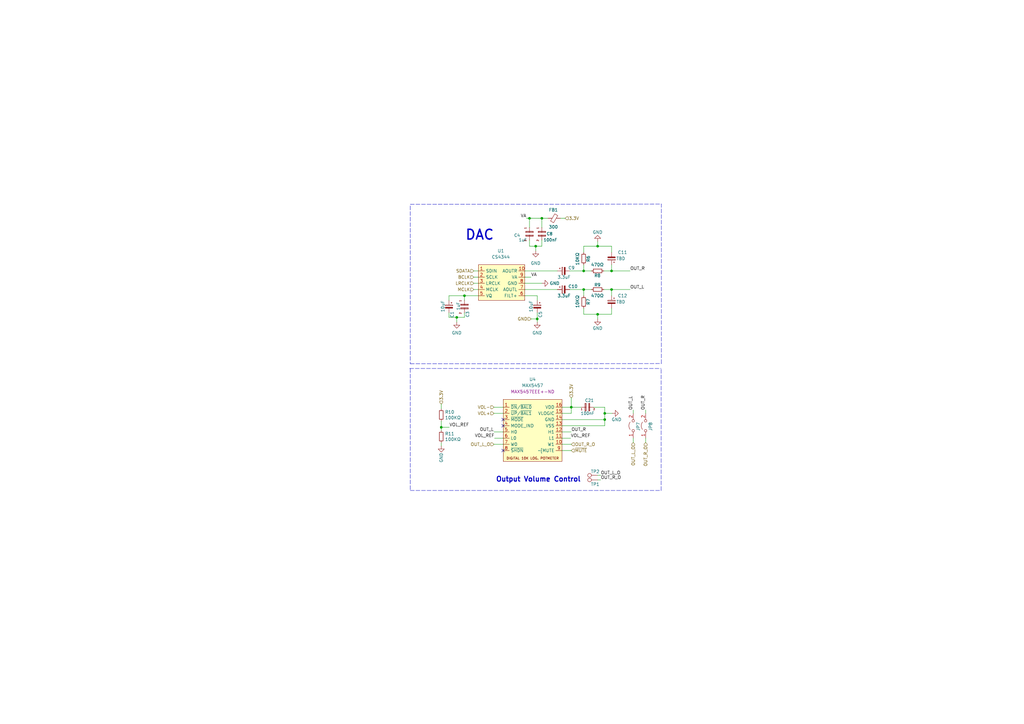
<source format=kicad_sch>
(kicad_sch (version 20211123) (generator eeschema)
  (paper "A3")
  (lib_symbols
    (symbol "Connector:TestPoint" (pin_numbers hide) (pin_names (offset 0.762) hide)
      (property "Reference" "TP" (at 0 6.858 0))
      (property "Value" "TestPoint" (at 0 5.08 0))
      (symbol "TestPoint_0_1"
        (circle (center 0 3.302) (radius 0.762))
      )
      (symbol "TestPoint_1_1"
        (pin passive line (at 0 0 90) (length 2.54) (name "1") (number "1"))
      )
    )
    (symbol "Device:C_Polarized_Small" (pin_numbers hide) (pin_names (offset 0.254) hide)
      (property "Reference" "C" (at 0.254 1.778 0))
      (property "Value" "C_Polarized_Small" (at 0.254 -2.032 0))
      (symbol "C_Polarized_Small_0_1"
        (rectangle (start -1.524 -0.3048) (end 1.524 -0.6858) (fill (type outline)))
        (rectangle (start -1.524 0.6858) (end 1.524 0.3048))
        (polyline (pts (xy -1.27 1.524) (xy -0.762 1.524)))
        (polyline (pts (xy -1.016 1.27) (xy -1.016 1.778)))
      )
      (symbol "C_Polarized_Small_1_1"
        (pin passive line (at 0 2.54 270) (length 1.8542) (name "~") (number "1"))
        (pin passive line (at 0 -2.54 90) (length 1.8542) (name "~") (number "2"))
      )
    )
    (symbol "Device:FerriteBead_Small" (pin_numbers hide) (pin_names (offset 0))
      (property "Reference" "FB" (at 1.905 1.27 0))
      (property "Value" "FerriteBead_Small" (at 1.905 -1.27 0))
      (symbol "FerriteBead_Small_0_1"
        (polyline (pts (xy 0 -1.27) (xy 0 -0.7874)))
        (polyline (pts (xy 0 0.889) (xy 0 1.2954)))
        (polyline (pts (xy -1.8288 0.2794) (xy -1.1176 1.4986) (xy 1.8288 -0.2032) (xy 1.1176 -1.4224) (xy -1.8288 0.2794)))
      )
      (symbol "FerriteBead_Small_1_1"
        (pin passive line (at 0 2.54 270) (length 1.27) (name "~") (number "1"))
        (pin passive line (at 0 -2.54 90) (length 1.27) (name "~") (number "2"))
      )
    )
    (symbol "Device:R_Small" (pin_numbers hide) (pin_names (offset 0.254) hide)
      (property "Reference" "R" (at 0.762 0.508 0))
      (property "Value" "R_Small" (at 0.762 -1.016 0))
      (symbol "R_Small_0_1"
        (rectangle (start -0.762 1.778) (end 0.762 -1.778) (stroke (width 0.2032)))
      )
      (symbol "R_Small_1_1"
        (pin passive line (at 0 2.54 270) (length 0.762) (name "~") (number "1"))
        (pin passive line (at 0 -2.54 90) (length 0.762) (name "~") (number "2"))
      )
    )
    (symbol "Jumper:Jumper_2_Open" (pin_names (offset 0) hide)
      (property "Reference" "JP" (at 0 2.794 0))
      (property "Value" "Jumper_2_Open" (at 0 -2.286 0))
      (symbol "Jumper_2_Open_0_0"
        (circle (center -2.032 0) (radius 0.508))
        (circle (center 2.032 0) (radius 0.508))
      )
      (symbol "Jumper_2_Open_0_1"
        (arc (start 1.524 1.27) (mid 0 1.778) (end -1.524 1.27))
      )
      (symbol "Jumper_2_Open_1_1"
        (pin passive line (at -5.08 0 0) (length 2.54) (name "A") (number "1"))
        (pin passive line (at 5.08 0 180) (length 2.54) (name "B") (number "2"))
      )
    )
    (symbol "MOUSAIV1.0-rescue:CAP_SMD_0603-PdB_PCB-eagle-import" (pin_names (offset 1.016))
      (property "Reference" "C" (at -5.08 3.175 0))
      (property "Value" "CAP_SMD_0603-PdB_PCB-eagle-import" (at -7.2898 -4.064 0))
      (symbol "CAP_SMD_0603-PdB_PCB-eagle-import_1_0"
        (polyline (pts (xy -2.54 0) (xy -0.508 0)))
        (polyline (pts (xy -1.016 -1.524) (xy -0.762 -1.524)))
        (polyline (pts (xy -1.016 1.524) (xy -1.016 -1.524)))
        (polyline (pts (xy -0.762 -1.524) (xy -0.762 1.524)))
        (polyline (pts (xy -0.762 -1.524) (xy -0.508 -1.524)))
        (polyline (pts (xy -0.762 1.524) (xy -1.016 1.524)))
        (polyline (pts (xy -0.508 1.524) (xy -0.762 1.524)))
        (polyline (pts (xy -0.508 1.524) (xy -0.508 -1.524)))
        (polyline (pts (xy 0.508 -1.524) (xy 0.762 -1.524)))
        (polyline (pts (xy 0.508 0) (xy 0.508 -1.524)))
        (polyline (pts (xy 0.508 1.524) (xy 0.508 0)))
        (polyline (pts (xy 0.762 -1.524) (xy 1.016 -1.524)))
        (polyline (pts (xy 0.762 1.524) (xy 0.508 1.524)))
        (polyline (pts (xy 0.762 1.524) (xy 0.762 -1.524)))
        (polyline (pts (xy 1.016 -1.524) (xy 1.016 1.524)))
        (polyline (pts (xy 1.016 1.524) (xy 0.762 1.524)))
        (polyline (pts (xy 2.54 0) (xy 0.508 0)))
        (text "1" (at -2.794 -1.27 0) (effects (font (size 0.7112 0.7112)) (justify left bottom)))
        (text "2" (at 2.286 -1.27 0) (effects (font (size 0.7112 0.7112)) (justify left bottom)))
        (pin passive line (at -2.54 0 0) (length 0) (name "1") (number "1"))
        (pin passive line (at 2.54 0 180) (length 0) (name "2") (number "2"))
      )
    )
    (symbol "muVoxSyms:CS4344"
      (property "Reference" "U" (at 0 12.7 0))
      (property "Value" "CS4344" (at 0 10.16 0))
      (property "LCSC" "C8952" (at 0 0 0))
      (symbol "CS4344_0_1"
        (rectangle (start -9.525 8.255) (end 9.525 -6.35) (fill (type background)))
      )
      (symbol "CS4344_1_1"
        (pin input line (at -9.525 5.715 0) (length 2.54) (name "SDIN") (number "1"))
        (pin input line (at 9.525 5.715 180) (length 2.54) (name "AOUTR") (number "10"))
        (pin input line (at -9.525 3.175 0) (length 2.54) (name "SCLK") (number "2"))
        (pin input line (at -9.525 0.635 0) (length 2.54) (name "LRCLK") (number "3"))
        (pin input line (at -9.525 -1.905 0) (length 2.54) (name "MCLK") (number "4"))
        (pin input line (at -9.525 -4.445 0) (length 2.54) (name "VQ") (number "5"))
        (pin input line (at 9.525 -4.445 180) (length 2.54) (name "FILT+") (number "6"))
        (pin input line (at 9.525 -1.905 180) (length 2.54) (name "AOUTL") (number "7"))
        (pin input line (at 9.525 0.635 180) (length 2.54) (name "GND") (number "8"))
        (pin input line (at 9.525 3.175 180) (length 2.54) (name "VA") (number "9"))
      )
    )
    (symbol "muVoxSyms:MAX5457"
      (property "Reference" "U" (at 0 11.43 0))
      (property "Value" "MAX5457" (at 0 9.525 0))
      (property "Digikey" "MAX5457EEE+-ND" (at 0 0 0))
      (symbol "MAX5457_0_0"
        (text "DIGITAL 10K LOG. POTMETER" (at -0.635 -16.51 0) (effects (font (size 1 1))))
      )
      (symbol "MAX5457_0_1"
        (rectangle (start -12.7 7.62) (end 11.43 -17.78) (fill (type background)))
      )
      (symbol "MAX5457_1_1"
        (pin input line (at -12.7 4.445 0) (length 2.54) (name "~{DN}/~{BAL0}") (number "1"))
        (pin input line (at 11.43 -10.795 180) (length 2.54) (name "W1") (number "10"))
        (pin input line (at 11.43 -8.255 180) (length 2.54) (name "L1") (number "11"))
        (pin input line (at 11.43 -5.715 180) (length 2.54) (name "H1") (number "12"))
        (pin input line (at 11.43 -3.175 180) (length 2.54) (name "VSS") (number "13"))
        (pin input line (at 11.43 -0.635 180) (length 2.54) (name "GND") (number "14"))
        (pin input line (at 11.43 1.905 180) (length 2.54) (name "VLOGIC") (number "15"))
        (pin input line (at 11.43 4.445 180) (length 2.54) (name "VDD") (number "16"))
        (pin input line (at -12.7 1.905 0) (length 2.54) (name "~{UP}/~{BAL1}") (number "2"))
        (pin input line (at -12.7 -0.635 0) (length 2.54) (name "~{MODE}") (number "3"))
        (pin input line (at -12.7 -3.175 0) (length 2.54) (name "MODE_IND") (number "4"))
        (pin input line (at -12.7 -5.715 0) (length 2.54) (name "H0") (number "5"))
        (pin input line (at -12.7 -8.255 0) (length 2.54) (name "L0") (number "6"))
        (pin input line (at -12.7 -10.795 0) (length 2.54) (name "W0") (number "7"))
        (pin input line (at -12.7 -13.335 0) (length 2.54) (name "~{SHDN}") (number "8"))
        (pin input line (at 11.43 -13.335 180) (length 2.54) (name "~{MUTE") (number "9"))
      )
    )
    (symbol "power:GND" (power) (pin_names (offset 0))
      (property "Value" "GND" (at 0 -3.81 0))
      (symbol "GND_0_1"
        (polyline (pts (xy 0 0) (xy 0 -1.27) (xy 1.27 -1.27) (xy 0 -2.54) (xy -1.27 -1.27) (xy 0 -1.27)))
      )
      (symbol "GND_1_1"
        (pin power_in line (at 0 0 270) (length 0) hide (name "GND") (number "1"))
      )
    )
  )
  (junction (at 180.975 175.26))
  (junction (at 250.825 111.125))
  (junction (at 248.031 172.085))
  (junction (at 239.395 111.125))
  (junction (at 250.825 118.745))
  (junction (at 245.11 128.905))
  (junction (at 190.5 121.285))
  (junction (at 219.71 100.965))
  (junction (at 217.17 89.535))
  (junction (at 220.345 130.81))
  (junction (at 239.395 118.745))
  (junction (at 245.11 100.965))
  (junction (at 234.315 167.005))
  (junction (at 222.25 89.535))
  (junction (at 248.031 169.545))
  (junction (at 187.325 130.175))
  (no_connect (at 206.375 172.085))
  (no_connect (at 206.375 184.785))
  (no_connect (at 206.375 174.625))
  (wire (pts (xy 220.345 130.81) (xy 220.345 132.08)))
  (wire (pts (xy 217.805 130.81) (xy 220.345 130.81)))
  (wire (pts (xy 217.17 98.425) (xy 217.17 100.965)))
  (wire (pts (xy 239.395 126.365) (xy 239.395 128.905)))
  (wire (pts (xy 215.265 113.665) (xy 217.805 113.665)))
  (wire (pts (xy 217.17 89.535) (xy 217.17 93.345)))
  (wire (pts (xy 180.975 175.26) (xy 184.277 175.26)))
  (wire (pts (xy 239.395 103.505) (xy 239.395 100.965)))
  (wire (pts (xy 239.395 118.745) (xy 239.395 121.285)))
  (polyline (pts (xy 168.275 151.13) (xy 168.275 201.168)))
  (wire (pts (xy 206.375 167.005) (xy 202.565 167.005)))
  (wire (pts (xy 233.68 118.745) (xy 239.395 118.745)))
  (wire (pts (xy 180.975 165.735) (xy 180.975 167.64)))
  (wire (pts (xy 230.505 172.085) (xy 248.031 172.085)))
  (wire (pts (xy 229.87 89.535) (xy 231.775 89.535)))
  (wire (pts (xy 250.825 100.965) (xy 250.825 103.505)))
  (wire (pts (xy 206.375 169.545) (xy 202.565 169.545)))
  (wire (pts (xy 184.15 128.27) (xy 184.15 130.175)))
  (wire (pts (xy 206.375 179.705) (xy 202.819 179.705)))
  (wire (pts (xy 194.31 116.205) (xy 196.215 116.205)))
  (wire (pts (xy 245.11 100.965) (xy 250.825 100.965)))
  (wire (pts (xy 250.825 118.745) (xy 250.825 121.285)))
  (polyline (pts (xy 271.272 149.098) (xy 271.272 83.693)))
  (wire (pts (xy 215.265 116.205) (xy 222.25 116.205)))
  (wire (pts (xy 239.395 100.965) (xy 245.11 100.965)))
  (wire (pts (xy 180.975 172.72) (xy 180.975 175.26)))
  (wire (pts (xy 250.825 128.905) (xy 250.825 126.365)))
  (wire (pts (xy 180.975 175.26) (xy 180.975 176.53)))
  (wire (pts (xy 187.325 130.175) (xy 190.5 130.175)))
  (wire (pts (xy 245.11 128.905) (xy 245.11 130.81)))
  (wire (pts (xy 245.11 194.945) (xy 246.38 194.945)))
  (wire (pts (xy 217.17 89.535) (xy 222.25 89.535)))
  (wire (pts (xy 248.031 174.625) (xy 248.031 172.085)))
  (wire (pts (xy 190.5 130.175) (xy 190.5 128.27)))
  (polyline (pts (xy 168.021 151.13) (xy 271.145 151.13)))
  (wire (pts (xy 222.25 89.535) (xy 222.25 93.345)))
  (wire (pts (xy 248.031 169.545) (xy 248.031 167.005)))
  (wire (pts (xy 230.505 174.625) (xy 248.031 174.625)))
  (wire (pts (xy 245.11 196.85) (xy 246.38 196.85)))
  (wire (pts (xy 239.395 118.745) (xy 242.57 118.745)))
  (polyline (pts (xy 168.275 84.455) (xy 168.275 149.225)))
  (wire (pts (xy 245.11 100.965) (xy 245.11 99.06)))
  (wire (pts (xy 222.25 100.965) (xy 222.25 98.425)))
  (wire (pts (xy 215.9 89.535) (xy 217.17 89.535)))
  (wire (pts (xy 234.315 182.245) (xy 230.505 182.245)))
  (wire (pts (xy 196.215 121.285) (xy 190.5 121.285)))
  (wire (pts (xy 230.505 184.785) (xy 234.315 184.785)))
  (wire (pts (xy 194.31 118.745) (xy 196.215 118.745)))
  (polyline (pts (xy 168.275 83.82) (xy 271.272 83.693)))
  (wire (pts (xy 239.395 128.905) (xy 245.11 128.905)))
  (wire (pts (xy 239.395 111.125) (xy 239.395 108.585)))
  (wire (pts (xy 187.325 130.175) (xy 187.325 132.08)))
  (polyline (pts (xy 271.145 201.168) (xy 271.145 151.13)))
  (wire (pts (xy 234.315 163.195) (xy 234.315 167.005)))
  (wire (pts (xy 220.345 128.27) (xy 220.345 130.81)))
  (wire (pts (xy 219.71 100.965) (xy 219.71 102.87)))
  (wire (pts (xy 184.15 121.285) (xy 190.5 121.285)))
  (wire (pts (xy 264.795 168.148) (xy 264.795 169.545)))
  (wire (pts (xy 190.5 121.285) (xy 190.5 123.19)))
  (wire (pts (xy 248.031 172.085) (xy 248.031 169.545)))
  (wire (pts (xy 259.715 168.148) (xy 259.715 169.545)))
  (wire (pts (xy 247.65 118.745) (xy 250.825 118.745)))
  (wire (pts (xy 247.65 111.125) (xy 250.825 111.125)))
  (wire (pts (xy 220.345 121.285) (xy 220.345 123.19)))
  (wire (pts (xy 248.031 169.545) (xy 251.079 169.545)))
  (wire (pts (xy 234.315 169.545) (xy 234.315 167.005)))
  (wire (pts (xy 217.17 100.965) (xy 219.71 100.965)))
  (wire (pts (xy 250.825 111.125) (xy 258.445 111.125)))
  (wire (pts (xy 264.795 179.705) (xy 264.795 181.483)))
  (wire (pts (xy 194.31 111.125) (xy 196.215 111.125)))
  (wire (pts (xy 234.315 177.165) (xy 230.505 177.165)))
  (wire (pts (xy 202.565 182.245) (xy 206.375 182.245)))
  (wire (pts (xy 250.825 111.125) (xy 250.825 108.585)))
  (wire (pts (xy 233.68 111.125) (xy 239.395 111.125)))
  (wire (pts (xy 230.505 179.705) (xy 234.061 179.705)))
  (wire (pts (xy 215.265 121.285) (xy 220.345 121.285)))
  (wire (pts (xy 215.265 111.125) (xy 228.6 111.125)))
  (wire (pts (xy 184.15 130.175) (xy 187.325 130.175)))
  (wire (pts (xy 239.395 111.125) (xy 242.57 111.125)))
  (wire (pts (xy 259.715 179.705) (xy 259.715 181.483)))
  (wire (pts (xy 202.565 177.165) (xy 206.375 177.165)))
  (wire (pts (xy 248.031 167.005) (xy 243.459 167.005)))
  (wire (pts (xy 219.71 100.965) (xy 222.25 100.965)))
  (wire (pts (xy 180.975 182.88) (xy 180.975 181.61)))
  (wire (pts (xy 184.15 121.285) (xy 184.15 123.19)))
  (wire (pts (xy 215.265 118.745) (xy 228.6 118.745)))
  (polyline (pts (xy 168.275 201.168) (xy 271.145 201.168)))
  (wire (pts (xy 234.315 167.005) (xy 238.379 167.005)))
  (wire (pts (xy 222.25 89.535) (xy 224.79 89.535)))
  (wire (pts (xy 230.505 169.545) (xy 234.315 169.545)))
  (wire (pts (xy 245.11 128.905) (xy 250.825 128.905)))
  (wire (pts (xy 194.31 113.665) (xy 196.215 113.665)))
  (polyline (pts (xy 168.275 149.225) (xy 271.272 149.098)))
  (wire (pts (xy 230.505 167.005) (xy 234.315 167.005)))
  (wire (pts (xy 250.825 118.745) (xy 258.445 118.745)))
  (text "DAC" (at 190.627 98.806 0) (effects (font (size 4 4) (thickness 0.5994) bold) (justify left bottom)))
  (text "Output Volume Control" (at 203.327 197.866 0) (effects (font (size 2 2) (thickness 0.4) bold) (justify left bottom)))
  (label "OUT_R" (at 234.315 177.165 0))
  (label "VA" (at 217.805 113.665 0))
  (label "OUT_R" (at 264.795 168.148 90))
  (label "OUT_L" (at 259.715 168.148 90))
  (label "OUT_L" (at 258.445 118.745 0))
  (label "VOL_REF" (at 234.061 179.705 0))
  (label "OUT_R_O" (at 246.38 196.85 0))
  (label "OUT_R" (at 258.445 111.125 0))
  (label "VOL_REF" (at 184.277 175.26 0))
  (label "VA" (at 215.9 89.535 180))
  (label "OUT_L" (at 202.565 177.165 180))
  (label "OUT_L_O" (at 246.38 194.945 0))
  (label "VOL_REF" (at 202.819 179.705 180))
  (hierarchical_label "OUT_L_O" (shape input) (at 202.565 182.245 180))
  (hierarchical_label "3.3V" (shape input) (at 234.315 163.195 90))
  (hierarchical_label "GND" (shape input) (at 217.805 130.81 180))
  (hierarchical_label "OUT_L_O" (shape input) (at 259.715 181.483 270))
  (hierarchical_label "VOL+" (shape input) (at 202.565 169.545 180))
  (hierarchical_label "OUT_R_O" (shape input) (at 234.315 182.245 0))
  (hierarchical_label "OUT_R_O" (shape input) (at 264.795 181.483 270))
  (hierarchical_label "3.3V" (shape input) (at 231.775 89.535 0))
  (hierarchical_label "BCLK" (shape input) (at 194.31 113.665 180))
  (hierarchical_label "~{MUTE}" (shape input) (at 234.315 184.785 0))
  (hierarchical_label "SDATA" (shape input) (at 194.31 111.125 180))
  (hierarchical_label "LRCLK" (shape input) (at 194.31 116.205 180))
  (hierarchical_label "VOL-" (shape input) (at 202.565 167.005 180))
  (hierarchical_label "3.3V" (shape input) (at 180.975 165.735 90))
  (hierarchical_label "MCLK" (shape input) (at 194.31 118.745 180))
  (symbol (lib_id "MOUSAIV1.0-rescue:CAP_SMD_0603-PdB_PCB-eagle-import") (at 240.919 167.005 0) (unit 1)
    (property "Reference" "C21" (at 239.903 164.211 0) (effects (font (size 1.1938 1.1938)) (justify left)))
    (property "Value" "100nF" (at 238.125 169.545 0) (effects (font (size 1.1938 1.1938)) (justify left)))
    (property "Footprint" "Capacitor_SMD:C_0603_1608Metric" (effects hide))
    (property "LCSC" "C30926" (effects hide))
  )
  (symbol (lib_id "Device:R_Small") (at 245.11 111.125 90) (mirror x) (unit 1)
    (property "Reference" "R8" (at 246.38 113.03 90) (effects (justify left)))
    (property "Value" "470Ω" (at 247.65 108.585 90) (effects (justify left)))
    (property "Footprint" "Resistor_SMD:R_0603_1608Metric" (effects hide))
    (property "LCSC" "C269439" (effects hide))
  )
  (symbol (lib_id "Device:C_Polarized_Small") (at 250.825 106.045 180) (unit 1)
    (property "Reference" "C11" (at 253.365 103.505 0) (effects (justify right)))
    (property "Value" "TBD" (at 252.73 106.045 0) (effects (justify right)))
    (property "Footprint" "Capacitor_SMD:CP_Elec_3x5.3" (effects hide))
  )
  (symbol (lib_id "muVoxSyms:MAX5457") (at 219.075 171.45 0) (unit 1)
    (property "Reference" "U4" (at 218.44 155.575 0))
    (property "Value" "MAX5457" (at 218.44 158.115 0))
    (property "Footprint" "Lib:SOP63P602X175-16N" (effects hide))
    (property "Datasheet" "https://datasheets.maximintegrated.com/en/ds/MAX5456-MAX5457.pdf" (effects hide))
    (property "Digikey" "MAX5457EEE+-ND" (at 218.44 160.655 0))
  )
  (symbol (lib_id "power:GND") (at 251.079 169.545 90) (unit 1)
    (property "Reference" "#PWR051" (effects hide))
    (property "Value" "GND" (at 250.825 172.085 90) (effects (justify right)))
  )
  (symbol (lib_id "Device:C_Polarized_Small") (at 250.825 123.825 0) (mirror y) (unit 1)
    (property "Reference" "C12" (at 253.365 121.285 0) (effects (justify right)))
    (property "Value" "TBD" (at 252.73 123.825 0) (effects (justify right)))
    (property "Footprint" "Capacitor_SMD:CP_Elec_3x5.3" (effects hide))
  )
  (symbol (lib_id "Device:R_Small") (at 239.395 106.045 0) (mirror x) (unit 1)
    (property "Reference" "R6" (at 241.3 104.775 90) (effects (justify left)))
    (property "Value" "10KΩ" (at 236.855 103.505 90) (effects (justify left)))
    (property "Footprint" "Resistor_SMD:R_0603_1608Metric" (effects hide))
    (property "LCSC" "C98220" (effects hide))
  )
  (symbol (lib_id "MOUSAIV1.0-rescue:CAP_SMD_0603-PdB_PCB-eagle-import") (at 217.17 95.885 270) (unit 1)
    (property "Reference" "C4" (at 210.82 96.52 90) (effects (font (size 1.1938 1.1938)) (justify left)))
    (property "Value" "1uF" (at 212.725 98.425 90) (effects (font (size 1.1938 1.1938)) (justify left)))
    (property "Footprint" "Capacitor_SMD:C_0603_1608Metric" (effects hide))
    (property "LCSC" "C29936" (effects hide))
  )
  (symbol (lib_id "Device:C_Polarized_Small") (at 231.14 118.745 90) (mirror x) (unit 1)
    (property "Reference" "C10" (at 233.045 117.475 90) (effects (justify right)))
    (property "Value" "3.3uF" (at 228.6 121.285 90) (effects (justify right)))
    (property "Footprint" "Capacitor_SMD:CP_Elec_3x5.3" (effects hide))
    (property "LCSC" "C249528" (effects hide))
  )
  (symbol (lib_id "Jumper:Jumper_2_Open") (at 259.715 174.625 90) (unit 1)
    (property "Reference" "JP7" (at 261.747 173.101 0) (effects (justify right)))
    (property "Value" "Jumper_2_Open" (effects hide))
    (property "Footprint" "Jumper:SolderJumper-2_P1.3mm_Open_RoundedPad1.0x1.5mm" (effects hide))
  )
  (symbol (lib_id "power:GND") (at 222.25 116.205 90) (unit 1)
    (property "Reference" "#PWR021" (effects hide))
    (property "Value" "GND" (at 225.425 116.2049 90) (effects (justify right)))
  )
  (symbol (lib_id "power:GND") (at 220.345 132.08 0) (unit 1)
    (property "Reference" "#PWR019" (effects hide))
    (property "Value" "GND" (at 220.345 136.525 0))
  )
  (symbol (lib_id "Device:R_Small") (at 239.395 123.825 0) (unit 1)
    (property "Reference" "R7" (at 241.3 125.095 90) (effects (justify left)))
    (property "Value" "10KΩ" (at 236.855 126.365 90) (effects (justify left)))
    (property "Footprint" "Resistor_SMD:R_0603_1608Metric" (effects hide))
    (property "LCSC" "C98220" (effects hide))
  )
  (symbol (lib_id "muVoxSyms:CS4344") (at 205.74 116.84 0) (unit 1)
    (property "Reference" "U1" (at 205.4225 102.87 0))
    (property "Value" "CS4344" (at 205.4225 105.41 0))
    (property "Footprint" "Package_SO:TSSOP-10_3x3mm_P0.5mm" (effects hide))
    (property "LCSC" "C8952" (effects hide))
  )
  (symbol (lib_id "power:GND") (at 245.11 130.81 0) (unit 1)
    (property "Reference" "#PWR028" (effects hide))
    (property "Value" "GND" (at 245.11 134.62 0))
  )
  (symbol (lib_id "Connector:TestPoint") (at 245.11 196.85 90) (unit 1)
    (property "Reference" "TP1" (at 244.094 198.628 90))
    (property "Value" "TestPoint" (effects hide))
    (property "Footprint" "TestPoint:TestPoint_Pad_D1.5mm" (effects hide))
  )
  (symbol (lib_id "Device:R_Small") (at 245.11 118.745 90) (unit 1)
    (property "Reference" "R9" (at 246.38 116.84 90) (effects (justify left)))
    (property "Value" "470Ω" (at 247.65 121.285 90) (effects (justify left)))
    (property "Footprint" "Resistor_SMD:R_0603_1608Metric" (effects hide))
    (property "LCSC" "C269439" (effects hide))
  )
  (symbol (lib_id "Jumper:Jumper_2_Open") (at 264.795 174.625 90) (unit 1)
    (property "Reference" "JP8" (at 266.827 173.101 0) (effects (justify right)))
    (property "Value" "Jumper_2_Open" (effects hide))
    (property "Footprint" "Jumper:SolderJumper-2_P1.3mm_Open_RoundedPad1.0x1.5mm" (effects hide))
  )
  (symbol (lib_id "Device:R_Small") (at 180.975 179.07 0) (unit 1)
    (property "Reference" "R11" (at 182.4736 177.9016 0) (effects (justify left)))
    (property "Value" "100KΩ" (at 182.4736 180.213 0) (effects (justify left)))
    (property "Footprint" "Resistor_SMD:R_0603_1608Metric" (effects hide))
    (property "LCSC" "C25803" (effects hide))
  )
  (symbol (lib_id "Connector:TestPoint") (at 245.11 194.945 90) (unit 1)
    (property "Reference" "TP2" (at 244.094 193.421 90))
    (property "Value" "TestPoint" (effects hide))
    (property "Footprint" "TestPoint:TestPoint_Pad_D1.5mm" (effects hide))
  )
  (symbol (lib_id "Device:R_Small") (at 180.975 170.18 0) (unit 1)
    (property "Reference" "R10" (at 182.4736 169.0116 0) (effects (justify left)))
    (property "Value" "100KΩ" (at 182.4736 171.323 0) (effects (justify left)))
    (property "Footprint" "Resistor_SMD:R_0603_1608Metric" (effects hide))
    (property "LCSC" "C25803" (effects hide))
  )
  (symbol (lib_id "MOUSAIV1.0-rescue:CAP_SMD_0603-PdB_PCB-eagle-import") (at 222.25 95.885 270) (unit 1)
    (property "Reference" "C8" (at 224.155 95.885 90) (effects (font (size 1.1938 1.1938)) (justify left)))
    (property "Value" "100nF" (at 222.885 98.425 90) (effects (font (size 1.1938 1.1938)) (justify left)))
    (property "Footprint" "Capacitor_SMD:C_0603_1608Metric" (effects hide))
    (property "LCSC" "C30926" (effects hide))
  )
  (symbol (lib_id "power:GND") (at 187.325 132.08 0) (unit 1)
    (property "Reference" "#PWR013" (effects hide))
    (property "Value" "GND" (at 187.325 136.525 0))
  )
  (symbol (lib_id "Device:C_Polarized_Small") (at 184.15 125.73 0) (mirror y) (unit 1)
    (property "Reference" "C1" (at 185.42 127.635 90) (effects (justify right)))
    (property "Value" "10uF" (at 181.61 123.19 90) (effects (justify right)))
    (property "Footprint" "Capacitor_SMD:CP_Elec_4x5.4" (effects hide))
    (property "LCSC" "C213487" (effects hide))
  )
  (symbol (lib_id "MOUSAIV1.0-rescue:CAP_SMD_0603-PdB_PCB-eagle-import") (at 190.5 125.73 270) (unit 1)
    (property "Reference" "C3" (at 191.77 127.635 0) (effects (font (size 1.1938 1.1938)) (justify left)))
    (property "Value" "1uF" (at 187.96 123.825 0) (effects (font (size 1.1938 1.1938)) (justify left)))
    (property "Footprint" "Capacitor_SMD:C_0603_1608Metric" (effects hide))
    (property "LCSC" "C29936" (effects hide))
  )
  (symbol (lib_id "power:GND") (at 245.11 99.06 180) (unit 1)
    (property "Reference" "#PWR027" (effects hide))
    (property "Value" "GND" (at 245.11 95.25 0))
  )
  (symbol (lib_id "power:GND") (at 219.71 102.87 0) (unit 1)
    (property "Reference" "#PWR020" (effects hide))
    (property "Value" "GND" (at 219.71 107.95 0))
  )
  (symbol (lib_id "power:GND") (at 180.975 182.88 0) (unit 1)
    (property "Reference" "#PWR031" (effects hide))
    (property "Value" "GND" (at 180.975 185.674 90) (effects (justify right)))
  )
  (symbol (lib_id "Device:C_Polarized_Small") (at 220.345 125.73 0) (mirror y) (unit 1)
    (property "Reference" "C5" (at 221.615 127.635 90) (effects (justify right)))
    (property "Value" "10uF" (at 217.805 123.19 90) (effects (justify right)))
    (property "Footprint" "Capacitor_SMD:CP_Elec_4x5.4" (effects hide))
    (property "LCSC" "C213487" (effects hide))
  )
  (symbol (lib_id "Device:FerriteBead_Small") (at 227.33 89.535 90) (unit 1)
    (property "Reference" "FB1" (at 226.949 86.106 90))
    (property "Value" "300" (at 226.949 93.091 90))
    (property "Footprint" "Inductor_SMD:L_0603_1608Metric" (effects hide))
    (property "LCSC" "C304316" (effects hide))
  )
  (symbol (lib_id "Device:C_Polarized_Small") (at 231.14 111.125 90) (mirror x) (unit 1)
    (property "Reference" "C9" (at 233.045 109.855 90) (effects (justify right)))
    (property "Value" "3.3uF" (at 228.6 113.665 90) (effects (justify right)))
    (property "Footprint" "Capacitor_SMD:CP_Elec_3x5.3" (effects hide))
    (property "LCSC" "C249528" (effects hide))
  )
)
</source>
